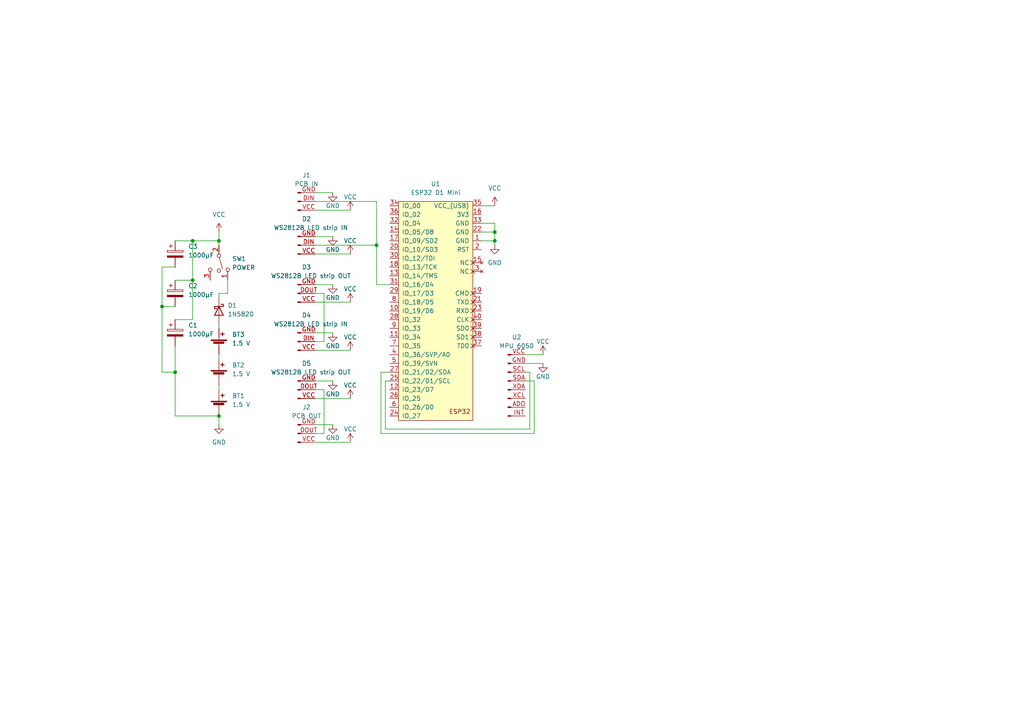
<source format=kicad_sch>
(kicad_sch (version 20211123) (generator eeschema)
  (paper "A4")
  (lib_symbols
    (symbol "Conn_01x03_Male_1" (pin_names (offset 1.016) hide)
      (property "Reference" "D2" (at 2.54 7.62 0))
      (property "Value" "WS2812B LED strip OUT" (at 3.81 5.08 0))
      (symbol "Conn_01x03_Male_1_1_1"
        (polyline (pts (xy 1.27 -2.54) (xy 0.8636 -2.54)) (stroke (width 0.1524)))
        (polyline (pts (xy 1.27 0) (xy 0.8636 0)) (stroke (width 0.1524)))
        (polyline (pts (xy 1.27 2.54) (xy 0.8636 2.54)) (stroke (width 0.1524)))
        (rectangle (start 0.8636 -2.413) (end 0 -2.667) (stroke (width 0.1524)) (fill (type outline)))
        (rectangle (start 0.8636 0.127) (end 0 -0.127) (stroke (width 0.1524)) (fill (type outline)))
        (rectangle (start 0.8636 2.667) (end 0 2.413) (stroke (width 0.1524)) (fill (type outline)))
        (pin passive line (at 5.08 0 180) (length 3.81) (name "Pin_2") (number "DOUT"))
        (pin passive line (at 5.08 2.54 180) (length 3.81) (name "Pin_1") (number "GND"))
        (pin passive line (at 5.08 -2.54 180) (length 3.81) (name "Pin_3") (number "VCC"))
      )
    )
    (symbol "Connector:Conn_01x03_Male" (pin_names (offset 1.016) hide)
      (property "Reference" "D2" (at 2.54 7.62 0))
      (property "Value" "WS2812B LED strip IN" (at 3.81 5.08 0))
      (symbol "Conn_01x03_Male_1_1"
        (polyline (pts (xy 1.27 -2.54) (xy 0.8636 -2.54)) (stroke (width 0.1524)))
        (polyline (pts (xy 1.27 0) (xy 0.8636 0)) (stroke (width 0.1524)))
        (polyline (pts (xy 1.27 2.54) (xy 0.8636 2.54)) (stroke (width 0.1524)))
        (rectangle (start 0.8636 -2.413) (end 0 -2.667) (stroke (width 0.1524)) (fill (type outline)))
        (rectangle (start 0.8636 0.127) (end 0 -0.127) (stroke (width 0.1524)) (fill (type outline)))
        (rectangle (start 0.8636 2.667) (end 0 2.413) (stroke (width 0.1524)) (fill (type outline)))
        (pin passive line (at 5.08 0 180) (length 3.81) (name "Pin_2") (number "DIN"))
        (pin passive line (at 5.08 2.54 180) (length 3.81) (name "Pin_1") (number "GND"))
        (pin passive line (at 5.08 -2.54 180) (length 3.81) (name "Pin_3") (number "VCC"))
      )
    )
    (symbol "Connector:Conn_01x08_Male" (pin_names (offset 1.016) hide)
      (property "Reference" "U2" (at 2.54 12.7 0))
      (property "Value" "MPU 6050" (at 2.54 10.16 0))
      (symbol "Conn_01x08_Male_1_1"
        (polyline (pts (xy 1.27 -10.16) (xy 0.8636 -10.16)) (stroke (width 0.1524)))
        (polyline (pts (xy 1.27 -7.62) (xy 0.8636 -7.62)) (stroke (width 0.1524)))
        (polyline (pts (xy 1.27 -5.08) (xy 0.8636 -5.08)) (stroke (width 0.1524)))
        (polyline (pts (xy 1.27 -2.54) (xy 0.8636 -2.54)) (stroke (width 0.1524)))
        (polyline (pts (xy 1.27 0) (xy 0.8636 0)) (stroke (width 0.1524)))
        (polyline (pts (xy 1.27 2.54) (xy 0.8636 2.54)) (stroke (width 0.1524)))
        (polyline (pts (xy 1.27 5.08) (xy 0.8636 5.08)) (stroke (width 0.1524)))
        (polyline (pts (xy 1.27 7.62) (xy 0.8636 7.62)) (stroke (width 0.1524)))
        (rectangle (start 0.8636 -10.033) (end 0 -10.287) (stroke (width 0.1524)) (fill (type outline)))
        (rectangle (start 0.8636 -7.493) (end 0 -7.747) (stroke (width 0.1524)) (fill (type outline)))
        (rectangle (start 0.8636 -4.953) (end 0 -5.207) (stroke (width 0.1524)) (fill (type outline)))
        (rectangle (start 0.8636 -2.413) (end 0 -2.667) (stroke (width 0.1524)) (fill (type outline)))
        (rectangle (start 0.8636 0.127) (end 0 -0.127) (stroke (width 0.1524)) (fill (type outline)))
        (rectangle (start 0.8636 2.667) (end 0 2.413) (stroke (width 0.1524)) (fill (type outline)))
        (rectangle (start 0.8636 5.207) (end 0 4.953) (stroke (width 0.1524)) (fill (type outline)))
        (rectangle (start 0.8636 7.747) (end 0 7.493) (stroke (width 0.1524)) (fill (type outline)))
        (pin passive line (at 5.08 -7.62 180) (length 3.81) (name "Pin_7") (number "ADO"))
        (pin passive line (at 5.08 5.08 180) (length 3.81) (name "Pin_2") (number "GND"))
        (pin passive line (at 5.08 -10.16 180) (length 3.81) (name "Pin_8") (number "INT"))
        (pin passive line (at 5.08 2.54 180) (length 3.81) (name "Pin_3") (number "SCL"))
        (pin passive line (at 5.08 0 180) (length 3.81) (name "Pin_4") (number "SDA"))
        (pin passive line (at 5.08 7.62 180) (length 3.81) (name "Pin_1") (number "VCC"))
        (pin passive line (at 5.08 -5.08 180) (length 3.81) (name "Pin_6") (number "XCL"))
        (pin passive line (at 5.08 -2.54 180) (length 3.81) (name "Pin_5") (number "XDA"))
      )
    )
    (symbol "Device:Battery_Cell" (pin_numbers hide) (pin_names (offset 0) hide)
      (property "Reference" "BT" (at 2.54 2.54 0))
      (property "Value" "Battery_Cell" (at 2.54 0 0))
      (symbol "Battery_Cell_0_1"
        (rectangle (start -2.286 1.778) (end 2.286 1.524) (fill (type outline)))
        (rectangle (start -1.5748 1.1938) (end 1.4732 0.6858) (fill (type outline)))
        (polyline (pts (xy 0 0.762) (xy 0 0)))
        (polyline (pts (xy 0 1.778) (xy 0 2.54)))
        (polyline (pts (xy 0.508 3.429) (xy 1.524 3.429)) (stroke (width 0.254)))
        (polyline (pts (xy 1.016 3.937) (xy 1.016 2.921)) (stroke (width 0.254)))
      )
      (symbol "Battery_Cell_1_1"
        (pin passive line (at 0 5.08 270) (length 2.54) (name "+") (number "1"))
        (pin passive line (at 0 -2.54 90) (length 2.54) (name "-") (number "2"))
      )
    )
    (symbol "Device:C_Polarized" (pin_numbers hide) (pin_names (offset 0.254))
      (property "Reference" "C" (at 0.635 2.54 0))
      (property "Value" "C_Polarized" (at 0.635 -2.54 0))
      (symbol "C_Polarized_0_1"
        (rectangle (start -2.286 0.508) (end 2.286 1.016))
        (polyline (pts (xy -1.778 2.286) (xy -0.762 2.286)))
        (polyline (pts (xy -1.27 2.794) (xy -1.27 1.778)))
        (rectangle (start 2.286 -0.508) (end -2.286 -1.016) (fill (type outline)))
      )
      (symbol "C_Polarized_1_1"
        (pin passive line (at 0 3.81 270) (length 2.794) (name "~") (number "1"))
        (pin passive line (at 0 -3.81 90) (length 2.794) (name "~") (number "2"))
      )
    )
    (symbol "Diode:1N5820" (pin_numbers hide) (pin_names (offset 1.016) hide)
      (property "Reference" "D" (at 0 2.54 0))
      (property "Value" "1N5820" (at 0 -2.54 0))
      (symbol "1N5820_0_1"
        (polyline (pts (xy 1.27 0) (xy -1.27 0)))
        (polyline (pts (xy 1.27 1.27) (xy 1.27 -1.27) (xy -1.27 0) (xy 1.27 1.27)) (stroke (width 0.254)))
        (polyline (pts (xy -1.905 0.635) (xy -1.905 1.27) (xy -1.27 1.27) (xy -1.27 -1.27) (xy -0.635 -1.27) (xy -0.635 -0.635)) (stroke (width 0.254)))
      )
      (symbol "1N5820_1_1"
        (pin passive line (at -3.81 0 0) (length 2.54) (name "K") (number "1"))
        (pin passive line (at 3.81 0 180) (length 2.54) (name "A") (number "2"))
      )
    )
    (symbol "ESP32_mini:mini_esp32" (pin_names (offset 1.016))
      (property "Reference" "U" (at -7.62 -50.8 0))
      (property "Value" "mini_esp32" (at 5.08 -59.69 0))
      (symbol "mini_esp32_0_0"
        (text "ESP32" (at 7.62 -62.23 0) (effects (font (size 1.27 1.27))))
        (pin power_in line (at 13.97 -12.7 180) (length 2.54) (name "GND") (number "1"))
        (pin input line (at 13.97 -15.24 180) (length 2.54) (name "RST") (number "2"))
        (pin no_connect non_logic (at 13.97 -21.59 180) (length 2.54) (name "NC") (number "3"))
        (pin bidirectional line (at -12.7 -45.72 0) (length 2.54) (name "IO_36/SVP/A0") (number "4"))
        (pin bidirectional line (at -12.7 -48.26 0) (length 2.54) (name "IO_39/SVN") (number "5"))
      )
      (symbol "mini_esp32_0_1"
        (rectangle (start -10.16 -1.27) (end 11.43 -64.77) (fill (type background)))
      )
      (symbol "mini_esp32_1_1"
        (pin bidirectional line (at -12.7 -33.02 0) (length 2.54) (name "IO_19/D6") (number "10"))
        (pin bidirectional line (at -12.7 -40.64 0) (length 2.54) (name "IO_34") (number "11"))
        (pin bidirectional line (at -12.7 -55.88 0) (length 2.54) (name "IO_23/D7") (number "12"))
        (pin bidirectional line (at -12.7 -22.86 0) (length 2.54) (name "IO_14/TMS") (number "13"))
        (pin bidirectional line (at -12.7 -10.16 0) (length 2.54) (name "IO_05/D8") (number "14"))
        (pin no_connect non_logic (at 13.97 -19.05 180) (length 2.54) (name "NC") (number "15"))
        (pin power_in line (at 13.97 -5.08 180) (length 2.54) (name "3V3") (number "16"))
        (pin bidirectional line (at -12.7 -12.7 0) (length 2.54) (name "IO_09/SD2") (number "17"))
        (pin bidirectional line (at -12.7 -20.32 0) (length 2.54) (name "IO_13/TCK") (number "18"))
        (pin passive non_logic (at 13.97 -27.94 180) (length 2.54) (name "CMD") (number "19"))
        (pin bidirectional line (at -12.7 -15.24 0) (length 2.54) (name "IO_10/SD3") (number "20"))
        (pin passive non_logic (at 13.97 -30.48 180) (length 2.54) (name "TXD") (number "21"))
        (pin power_in line (at 13.97 -10.16 180) (length 2.54) (name "GND") (number "22"))
        (pin passive non_logic (at 13.97 -33.02 180) (length 2.54) (name "RXD") (number "23"))
        (pin bidirectional line (at -12.7 -63.5 0) (length 2.54) (name "IO_27") (number "24"))
        (pin bidirectional line (at -12.7 -53.34 0) (length 2.54) (name "IO_22/D1/SCL") (number "25"))
        (pin bidirectional line (at -12.7 -58.42 0) (length 2.54) (name "IO_25") (number "26"))
        (pin bidirectional line (at -12.7 -50.8 0) (length 2.54) (name "IO_21/D2/SDA") (number "27"))
        (pin bidirectional line (at -12.7 -35.56 0) (length 2.54) (name "IO_32") (number "28"))
        (pin bidirectional line (at -12.7 -27.94 0) (length 2.54) (name "IO_17/D3") (number "29"))
        (pin bidirectional line (at -12.7 -17.78 0) (length 2.54) (name "IO_12/TDI") (number "30"))
        (pin bidirectional line (at -12.7 -25.4 0) (length 2.54) (name "IO_16/D4") (number "31"))
        (pin bidirectional line (at -12.7 -7.62 0) (length 2.54) (name "IO_04") (number "32"))
        (pin power_in line (at 13.97 -7.62 180) (length 2.54) (name "GND") (number "33"))
        (pin bidirectional line (at -12.7 -2.54 0) (length 2.54) (name "IO_00") (number "34"))
        (pin power_in line (at 13.97 -2.54 180) (length 2.54) (name "VCC_(USB)") (number "35"))
        (pin bidirectional line (at -12.7 -5.08 0) (length 2.54) (name "IO_02") (number "36"))
        (pin passive non_logic (at 13.97 -43.18 180) (length 2.54) (name "TD0") (number "37"))
        (pin passive non_logic (at 13.97 -40.64 180) (length 2.54) (name "SD1") (number "38"))
        (pin passive non_logic (at 13.97 -38.1 180) (length 2.54) (name "SD0") (number "39"))
        (pin passive non_logic (at 13.97 -35.56 180) (length 2.54) (name "CLK") (number "40"))
        (pin bidirectional line (at -12.7 -60.96 0) (length 2.54) (name "IO_26/D0") (number "6"))
        (pin bidirectional line (at -12.7 -43.18 0) (length 2.54) (name "IO_35") (number "7"))
        (pin bidirectional line (at -12.7 -30.48 0) (length 2.54) (name "IO_18/D5") (number "8"))
        (pin bidirectional line (at -12.7 -38.1 0) (length 2.54) (name "IO_33") (number "9"))
      )
    )
    (symbol "Switch:SW_SPDT_MSM" (pin_names (offset 0) hide)
      (property "Reference" "SW" (at 0 5.08 0))
      (property "Value" "SW_SPDT_MSM" (at 0 -5.08 0))
      (symbol "SW_SPDT_MSM_0_0"
        (circle (center -2.032 0) (radius 0.508))
        (polyline (pts (xy -1.524 0.127) (xy 1.778 1.016)))
        (circle (center 2.032 -2.54) (radius 0.508))
      )
      (symbol "SW_SPDT_MSM_0_1"
        (circle (center 2.032 2.54) (radius 0.508))
        (circle (center 2.286 0) (radius 0.508))
      )
      (symbol "SW_SPDT_MSM_1_1"
        (pin passive line (at 5.08 2.54 180) (length 2.54) (name "1") (number "1"))
        (pin passive line (at -5.08 0 0) (length 2.54) (name "2") (number "2"))
        (pin passive line (at 5.08 -2.54 180) (length 2.54) (name "3") (number "3"))
      )
    )
    (symbol "power:GND" (power) (pin_names (offset 0))
      (property "Value" "GND" (at 0 -3.81 0))
      (symbol "GND_0_1"
        (polyline (pts (xy 0 0) (xy 0 -1.27) (xy 1.27 -1.27) (xy 0 -2.54) (xy -1.27 -1.27) (xy 0 -1.27)))
      )
      (symbol "GND_1_1"
        (pin power_in line (at 0 0 270) (length 0) hide (name "GND") (number "1"))
      )
    )
    (symbol "power:VCC" (power) (pin_names (offset 0))
      (property "Value" "VCC" (at 0 3.81 0))
      (symbol "VCC_0_1"
        (polyline (pts (xy -0.762 1.27) (xy 0 2.54)))
        (polyline (pts (xy 0 0) (xy 0 2.54)))
        (polyline (pts (xy 0 2.54) (xy 0.762 1.27)))
      )
      (symbol "VCC_1_1"
        (pin power_in line (at 0 0 90) (length 0) hide (name "VCC") (number "1"))
      )
    )
  )
  (junction (at 46.99 88.9))
  (junction (at 143.51 69.85))
  (junction (at 55.88 81.28))
  (junction (at 143.51 67.31))
  (junction (at 55.88 69.85))
  (junction (at 50.8 107.95))
  (junction (at 63.5 120.65))
  (junction (at 63.5 69.85))
  (junction (at 109.22 71.12))
  (wire (pts (xy 50.8 69.85) (xy 55.88 69.85)))
  (wire (pts (xy 109.22 58.42) (xy 109.22 71.12)))
  (wire (pts (xy 91.44 68.58) (xy 96.52 68.58)))
  (wire (pts (xy 91.44 60.96) (xy 101.6 60.96)))
  (wire (pts (xy 153.67 124.46) (xy 111.76 124.46)))
  (wire (pts (xy 111.76 124.46) (xy 111.76 110.49)))
  (wire (pts (xy 110.49 107.95) (xy 113.03 107.95)))
  (wire (pts (xy 46.99 77.47) (xy 46.99 88.9)))
  (wire (pts (xy 152.4 102.87) (xy 157.48 102.87)))
  (wire (pts (xy 66.04 81.28) (xy 66.04 85.09)))
  (wire (pts (xy 91.44 128.27) (xy 101.6 128.27)))
  (wire (pts (xy 91.44 82.55) (xy 96.52 82.55)))
  (wire (pts (xy 55.88 81.28) (xy 50.8 81.28)))
  (wire (pts (xy 157.48 105.41) (xy 152.4 105.41)))
  (wire (pts (xy 55.88 69.85) (xy 63.5 69.85)))
  (wire (pts (xy 46.99 88.9) (xy 46.99 107.95)))
  (wire (pts (xy 139.7 69.85) (xy 143.51 69.85)))
  (wire (pts (xy 93.98 85.09) (xy 93.98 99.06)))
  (wire (pts (xy 91.44 113.03) (xy 93.98 113.03)))
  (wire (pts (xy 63.5 93.98) (xy 63.5 95.25)))
  (wire (pts (xy 143.51 67.31) (xy 143.51 69.85)))
  (wire (pts (xy 91.44 58.42) (xy 109.22 58.42)))
  (wire (pts (xy 111.76 110.49) (xy 113.03 110.49)))
  (wire (pts (xy 109.22 71.12) (xy 109.22 82.55)))
  (wire (pts (xy 154.94 125.73) (xy 110.49 125.73)))
  (wire (pts (xy 109.22 82.55) (xy 113.03 82.55)))
  (wire (pts (xy 139.7 67.31) (xy 143.51 67.31)))
  (wire (pts (xy 91.44 87.63) (xy 101.6 87.63)))
  (wire (pts (xy 143.51 69.85) (xy 143.51 71.12)))
  (wire (pts (xy 63.5 67.31) (xy 63.5 69.85)))
  (wire (pts (xy 91.44 71.12) (xy 109.22 71.12)))
  (wire (pts (xy 153.67 107.95) (xy 152.4 107.95)))
  (wire (pts (xy 91.44 123.19) (xy 96.52 123.19)))
  (wire (pts (xy 139.7 64.77) (xy 143.51 64.77)))
  (wire (pts (xy 50.8 120.65) (xy 50.8 107.95)))
  (wire (pts (xy 154.94 110.49) (xy 154.94 125.73)))
  (wire (pts (xy 55.88 81.28) (xy 55.88 92.71)))
  (wire (pts (xy 46.99 107.95) (xy 50.8 107.95)))
  (wire (pts (xy 152.4 110.49) (xy 154.94 110.49)))
  (wire (pts (xy 63.5 86.36) (xy 63.5 85.09)))
  (wire (pts (xy 91.44 85.09) (xy 93.98 85.09)))
  (wire (pts (xy 55.88 92.71) (xy 50.8 92.71)))
  (wire (pts (xy 139.7 59.69) (xy 143.51 59.69)))
  (wire (pts (xy 93.98 113.03) (xy 93.98 125.73)))
  (wire (pts (xy 63.5 120.65) (xy 63.5 123.19)))
  (wire (pts (xy 50.8 120.65) (xy 63.5 120.65)))
  (wire (pts (xy 63.5 85.09) (xy 66.04 85.09)))
  (wire (pts (xy 91.44 55.88) (xy 96.52 55.88)))
  (wire (pts (xy 50.8 77.47) (xy 46.99 77.47)))
  (wire (pts (xy 93.98 125.73) (xy 91.44 125.73)))
  (wire (pts (xy 91.44 96.52) (xy 96.52 96.52)))
  (wire (pts (xy 50.8 88.9) (xy 46.99 88.9)))
  (wire (pts (xy 110.49 125.73) (xy 110.49 107.95)))
  (wire (pts (xy 91.44 110.49) (xy 96.52 110.49)))
  (wire (pts (xy 93.98 99.06) (xy 91.44 99.06)))
  (wire (pts (xy 153.67 107.95) (xy 153.67 124.46)))
  (wire (pts (xy 143.51 64.77) (xy 143.51 67.31)))
  (wire (pts (xy 91.44 101.6) (xy 101.6 101.6)))
  (wire (pts (xy 91.44 73.66) (xy 101.6 73.66)))
  (wire (pts (xy 63.5 111.76) (xy 63.5 113.03)))
  (wire (pts (xy 91.44 115.57) (xy 101.6 115.57)))
  (wire (pts (xy 63.5 102.87) (xy 63.5 104.14)))
  (wire (pts (xy 63.5 71.12) (xy 63.5 69.85)))
  (wire (pts (xy 55.88 69.85) (xy 55.88 81.28)))
  (wire (pts (xy 50.8 100.33) (xy 50.8 107.95)))
  (symbol (lib_id "power:GND") (at 96.52 110.49 0) (unit 1)
    (property "Reference" "#PWR0107" (effects hide))
    (property "Value" "GND" (at 96.52 114.3 0))
  )
  (symbol (lib_id "Connector:Conn_01x03_Male") (at 86.36 58.42 0) (unit 1)
    (property "Reference" "J1" (at 88.9 50.8 0))
    (property "Value" "PCB IN" (at 88.9 53.34 0))
    (property "Footprint" "Connector_Phoenix_MC_HighVoltage:PhoenixContact_MCV_1,5_3-G-5.08_1x03_P5.08mm_Vertical" (effects hide))
  )
  (symbol (lib_id "Device:Battery_Cell") (at 63.5 109.22 0) (unit 1)
    (property "Reference" "BT2" (at 67.31 105.9179 0) (effects (justify left)))
    (property "Value" "1.5 V" (at 67.31 108.4579 0) (effects (justify left)))
    (property "Footprint" "Battery:BatteryHolder_Keystone_2460_1xAA" (effects hide))
  )
  (symbol (lib_id "Device:Battery_Cell") (at 63.5 100.33 0) (unit 1)
    (property "Reference" "BT3" (at 67.31 97.0279 0) (effects (justify left)))
    (property "Value" "1.5 V" (at 67.31 99.5679 0) (effects (justify left)))
    (property "Footprint" "Battery:BatteryHolder_Keystone_2460_1xAA" (effects hide))
  )
  (symbol (lib_id "Device:C_Polarized") (at 50.8 96.52 0) (unit 1)
    (property "Reference" "C1" (at 54.61 94.3609 0) (effects (justify left)))
    (property "Value" "1000µF" (at 54.61 96.9009 0) (effects (justify left)))
    (property "Footprint" "Capacitor_THT:CP_Radial_D10.0mm_P5.00mm" (effects hide))
  )
  (symbol (lib_id "power:VCC") (at 101.6 101.6 0) (unit 1)
    (property "Reference" "#PWR0105" (effects hide))
    (property "Value" "VCC" (at 101.6 97.79 0))
  )
  (symbol (lib_id "Switch:SW_SPDT_MSM") (at 63.5 76.2 270) (unit 1)
    (property "Reference" "SW1" (at 67.31 75.0569 90) (effects (justify left)))
    (property "Value" "POWER" (at 67.31 77.5969 90) (effects (justify left)))
    (property "Footprint" "Button_Switch_THT:SW_Slide_1P2T_CK_OS102011MS2Q" (effects hide))
  )
  (symbol (lib_id "power:VCC") (at 101.6 87.63 0) (unit 1)
    (property "Reference" "#PWR0109" (effects hide))
    (property "Value" "VCC" (at 101.6 83.82 0))
  )
  (symbol (lib_id "power:GND") (at 96.52 68.58 0) (unit 1)
    (property "Reference" "#PWR0112" (effects hide))
    (property "Value" "GND" (at 96.52 72.39 0))
  )
  (symbol (lib_id "power:VCC") (at 143.51 59.69 0) (unit 1)
    (property "Reference" "#PWR0103" (effects hide))
    (property "Value" "VCC" (at 143.51 54.61 0))
  )
  (symbol (lib_id "Connector:Conn_01x03_Male") (at 86.36 99.06 0) (unit 1)
    (property "Reference" "D4" (at 88.9 91.44 0))
    (property "Value" "WS2812B LED strip IN" (at 90.17 93.98 0))
    (property "Footprint" "Connector_Phoenix_MC_HighVoltage:PhoenixContact_MCV_1,5_3-G-5.08_1x03_P5.08mm_Vertical" (effects hide))
  )
  (symbol (lib_id "power:VCC") (at 101.6 128.27 0) (unit 1)
    (property "Reference" "#PWR0116" (effects hide))
    (property "Value" "VCC" (at 101.6 124.46 0))
  )
  (symbol (lib_id "power:GND") (at 96.52 123.19 0) (unit 1)
    (property "Reference" "#PWR0117" (effects hide))
    (property "Value" "GND" (at 96.52 127 0))
  )
  (symbol (lib_id "Device:C_Polarized") (at 50.8 85.09 0) (unit 1)
    (property "Reference" "C2" (at 54.61 82.9309 0) (effects (justify left)))
    (property "Value" "1000µF" (at 54.61 85.4709 0) (effects (justify left)))
    (property "Footprint" "Capacitor_THT:CP_Radial_D10.0mm_P5.00mm" (effects hide))
  )
  (symbol (lib_name "Conn_01x03_Male_1") (lib_id "Connector:Conn_01x03_Male") (at 86.36 85.09 0) (unit 1)
    (property "Reference" "D3" (at 88.9 77.47 0))
    (property "Value" "WS2812B LED strip OUT" (at 90.17 80.01 0))
    (property "Footprint" "Connector_Phoenix_MC_HighVoltage:PhoenixContact_MCV_1,5_3-G-5.08_1x03_P5.08mm_Vertical" (effects hide))
  )
  (symbol (lib_id "power:VCC") (at 101.6 73.66 0) (unit 1)
    (property "Reference" "#PWR0111" (effects hide))
    (property "Value" "VCC" (at 101.6 69.85 0))
  )
  (symbol (lib_id "ESP32_mini:mini_esp32") (at 125.73 57.15 0) (unit 1)
    (property "Reference" "U1" (at 126.365 53.34 0))
    (property "Value" "ESP32 D1 Mini" (at 126.365 55.88 0))
    (property "Footprint" "ESP32_mini:ESP32_mini" (effects hide))
  )
  (symbol (lib_id "power:GND") (at 96.52 55.88 0) (unit 1)
    (property "Reference" "#PWR0115" (effects hide))
    (property "Value" "GND" (at 96.52 59.69 0))
  )
  (symbol (lib_id "Device:C_Polarized") (at 50.8 73.66 0) (unit 1)
    (property "Reference" "C3" (at 54.61 71.5009 0) (effects (justify left)))
    (property "Value" "1000µF" (at 54.61 74.0409 0) (effects (justify left)))
    (property "Footprint" "Capacitor_THT:CP_Radial_D10.0mm_P5.00mm" (effects hide))
  )
  (symbol (lib_id "power:VCC") (at 157.48 102.87 0) (unit 1)
    (property "Reference" "#PWR0114" (effects hide))
    (property "Value" "VCC" (at 157.48 99.06 0))
  )
  (symbol (lib_id "power:GND") (at 157.48 105.41 0) (unit 1)
    (property "Reference" "#PWR0113" (effects hide))
    (property "Value" "GND" (at 157.48 109.22 0))
  )
  (symbol (lib_id "power:GND") (at 96.52 82.55 0) (unit 1)
    (property "Reference" "#PWR0108" (effects hide))
    (property "Value" "GND" (at 96.52 86.36 0))
  )
  (symbol (lib_id "power:VCC") (at 63.5 67.31 0) (unit 1)
    (property "Reference" "#PWR0104" (effects hide))
    (property "Value" "VCC" (at 63.5 62.23 0))
  )
  (symbol (lib_id "power:VCC") (at 101.6 60.96 0) (unit 1)
    (property "Reference" "#PWR0118" (effects hide))
    (property "Value" "VCC" (at 101.6 57.15 0))
  )
  (symbol (lib_id "power:GND") (at 96.52 96.52 0) (unit 1)
    (property "Reference" "#PWR0110" (effects hide))
    (property "Value" "GND" (at 96.52 100.33 0))
  )
  (symbol (lib_id "Diode:1N5820") (at 63.5 90.17 270) (unit 1)
    (property "Reference" "D1" (at 66.04 88.5824 90) (effects (justify left)))
    (property "Value" "1N5820" (at 66.04 91.1224 90) (effects (justify left)))
    (property "Footprint" "Diode_THT:D_DO-201AD_P15.24mm_Horizontal" (effects hide))
    (property "Datasheet" "http://www.vishay.com/docs/88526/1n5820.pdf" (effects hide))
  )
  (symbol (lib_name "Conn_01x03_Male_1") (lib_id "Connector:Conn_01x03_Male") (at 86.36 113.03 0) (unit 1)
    (property "Reference" "D5" (at 88.9 105.41 0))
    (property "Value" "WS2812B LED strip OUT" (at 90.17 107.95 0))
    (property "Footprint" "Connector_Phoenix_MC_HighVoltage:PhoenixContact_MCV_1,5_3-G-5.08_1x03_P5.08mm_Vertical" (effects hide))
  )
  (symbol (lib_id "power:GND") (at 63.5 123.19 0) (unit 1)
    (property "Reference" "#PWR0101" (effects hide))
    (property "Value" "GND" (at 63.5 128.27 0))
  )
  (symbol (lib_id "power:GND") (at 143.51 71.12 0) (unit 1)
    (property "Reference" "#PWR0102" (effects hide))
    (property "Value" "GND" (at 143.51 76.2 0))
  )
  (symbol (lib_id "Connector:Conn_01x08_Male") (at 147.32 110.49 0) (unit 1)
    (property "Reference" "U2" (at 149.86 97.79 0))
    (property "Value" "MPU 6050" (at 149.86 100.33 0))
    (property "Footprint" "Connector_PinHeader_2.54mm:PinHeader_1x08_P2.54mm_Vertical" (effects hide))
  )
  (symbol (lib_id "Device:Battery_Cell") (at 63.5 118.11 0) (unit 1)
    (property "Reference" "BT1" (at 67.31 114.8079 0) (effects (justify left)))
    (property "Value" "1.5 V" (at 67.31 117.3479 0) (effects (justify left)))
    (property "Footprint" "Battery:BatteryHolder_Keystone_2460_1xAA" (effects hide))
  )
  (symbol (lib_name "Conn_01x03_Male_1") (lib_id "Connector:Conn_01x03_Male") (at 86.36 125.73 0) (unit 1)
    (property "Reference" "J2" (at 88.9 118.11 0))
    (property "Value" "PCB OUT" (at 88.9 120.65 0))
    (property "Footprint" "Connector_Phoenix_MC_HighVoltage:PhoenixContact_MCV_1,5_3-G-5.08_1x03_P5.08mm_Vertical" (effects hide))
  )
  (symbol (lib_id "power:VCC") (at 101.6 115.57 0) (unit 1)
    (property "Reference" "#PWR0106" (effects hide))
    (property "Value" "VCC" (at 101.6 111.76 0))
  )
  (symbol (lib_id "Connector:Conn_01x03_Male") (at 86.36 71.12 0) (unit 1)
    (property "Reference" "D2" (at 88.9 63.5 0))
    (property "Value" "WS2812B LED strip IN" (at 90.17 66.04 0))
    (property "Footprint" "Connector_Phoenix_MC_HighVoltage:PhoenixContact_MCV_1,5_3-G-5.08_1x03_P5.08mm_Vertical" (effects hide))
  )
)
</source>
